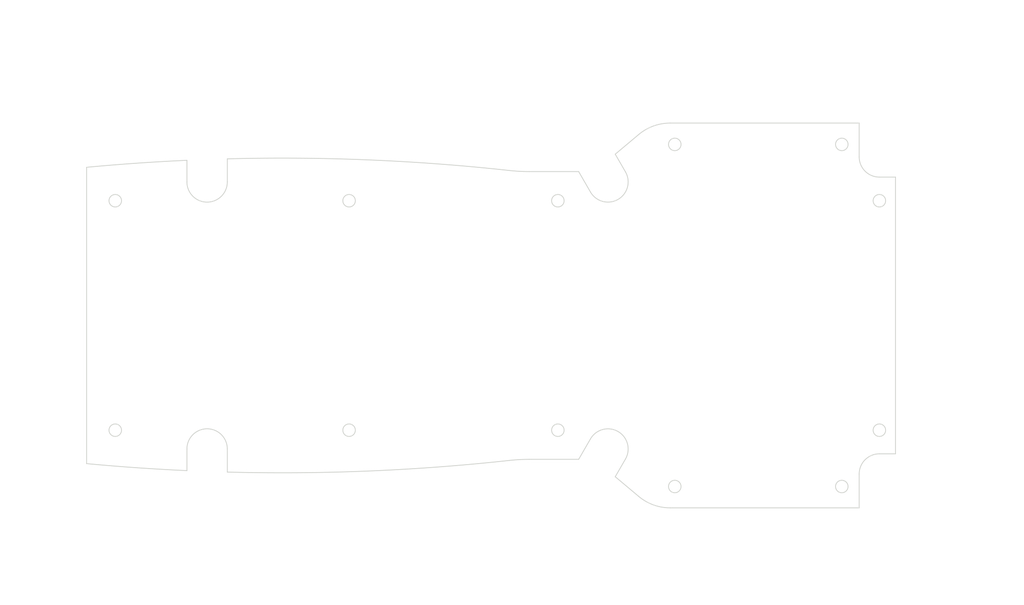
<source format=kicad_pcb>
(kicad_pcb (version 20171130) (host pcbnew "(5.1.0)-1")

  (general
    (thickness 1.6)
    (drawings 181)
    (tracks 0)
    (zones 0)
    (modules 0)
    (nets 1)
  )

  (page A4)
  (layers
    (0 F.Cu signal)
    (31 B.Cu signal)
    (32 B.Adhes user)
    (33 F.Adhes user)
    (34 B.Paste user)
    (35 F.Paste user)
    (36 B.SilkS user)
    (37 F.SilkS user)
    (38 B.Mask user)
    (39 F.Mask user)
    (40 Dwgs.User user)
    (41 Cmts.User user)
    (42 Eco1.User user)
    (43 Eco2.User user)
    (44 Edge.Cuts user)
    (45 Margin user)
    (46 B.CrtYd user)
    (47 F.CrtYd user)
    (48 B.Fab user)
    (49 F.Fab user)
  )

  (setup
    (last_trace_width 0.25)
    (trace_clearance 0.2)
    (zone_clearance 0.508)
    (zone_45_only no)
    (trace_min 0.2)
    (via_size 0.8)
    (via_drill 0.4)
    (via_min_size 0.4)
    (via_min_drill 0.3)
    (uvia_size 0.3)
    (uvia_drill 0.1)
    (uvias_allowed no)
    (uvia_min_size 0.2)
    (uvia_min_drill 0.1)
    (edge_width 0.05)
    (segment_width 0.2)
    (pcb_text_width 0.3)
    (pcb_text_size 1.5 1.5)
    (mod_edge_width 0.12)
    (mod_text_size 1 1)
    (mod_text_width 0.15)
    (pad_size 1.524 1.524)
    (pad_drill 0.762)
    (pad_to_mask_clearance 0.051)
    (solder_mask_min_width 0.25)
    (aux_axis_origin 0 0)
    (visible_elements FFFFEF7F)
    (pcbplotparams
      (layerselection 0x010fc_ffffffff)
      (usegerberextensions false)
      (usegerberattributes false)
      (usegerberadvancedattributes false)
      (creategerberjobfile false)
      (excludeedgelayer true)
      (linewidth 0.152400)
      (plotframeref false)
      (viasonmask false)
      (mode 1)
      (useauxorigin false)
      (hpglpennumber 1)
      (hpglpenspeed 20)
      (hpglpendiameter 15.000000)
      (psnegative false)
      (psa4output false)
      (plotreference true)
      (plotvalue true)
      (plotinvisibletext false)
      (padsonsilk false)
      (subtractmaskfromsilk false)
      (outputformat 1)
      (mirror false)
      (drillshape 1)
      (scaleselection 1)
      (outputdirectory ""))
  )

  (net 0 "")

  (net_class Default "This is the default net class."
    (clearance 0.2)
    (trace_width 0.25)
    (via_dia 0.8)
    (via_drill 0.4)
    (uvia_dia 0.3)
    (uvia_drill 0.1)
  )

  (gr_line (start 92.735395 53.872018) (end 46.873223 53.872018) (layer Dwgs.User) (width 0.2))
  (gr_line (start 92.735395 53.872018) (end 29.034049 53.872018) (layer Dwgs.User) (width 0.2))
  (gr_line (start 47.479599 127.097172) (end 47.479599 56.070672) (layer Edge.Cuts) (width 0.2))
  (gr_line (start 241.19159 124.747627) (end 241.19159 58.420216) (layer Edge.Cuts) (width 0.2))
  (gr_line (start 237.335595 58.420216) (end 241.19159 58.420216) (layer Edge.Cuts) (width 0.2))
  (gr_arc (start 237.335595 53.583922) (end 232.4993 53.583922) (angle -90) (layer Edge.Cuts) (width 0.2))
  (gr_line (start 232.4993 45.472018) (end 232.4993 53.583922) (layer Edge.Cuts) (width 0.2))
  (gr_line (start 187.22594 45.472018) (end 232.4993 45.472018) (layer Edge.Cuts) (width 0.2))
  (gr_arc (start 187.22594 57.183922) (end 187.22594 45.472018) (angle -40) (layer Edge.Cuts) (width 0.2))
  (gr_line (start 174.077332 52.92811) (end 179.697674 48.212083) (layer Edge.Cuts) (width 0.2))
  (gr_line (start 176.523949 57.165774) (end 174.077332 52.92811) (layer Edge.Cuts) (width 0.2))
  (gr_arc (start 172.335595 59.583922) (end 168.147241 62.002069) (angle -180) (layer Edge.Cuts) (width 0.2))
  (gr_line (start 165.315114 57.096681) (end 168.147241 62.002069) (layer Edge.Cuts) (width 0.2))
  (gr_line (start 153.454416 57.096681) (end 165.315114 57.096681) (layer Edge.Cuts) (width 0.2))
  (gr_arc (start 153.454416 13.940387) (end 148.760423 56.840645) (angle -6.244260924) (layer Edge.Cuts) (width 0.2))
  (gr_arc (start 94.335595 554.250587) (end 148.760423 56.840645) (angle -7.751743119) (layer Edge.Cuts) (width 0.2))
  (gr_line (start 81.171889 59.583922) (end 81.171889 54.0452) (layer Edge.Cuts) (width 0.2))
  (gr_arc (start 76.335595 59.583922) (end 71.4993 59.583922) (angle -180) (layer Edge.Cuts) (width 0.2))
  (gr_line (start 71.4993 54.393391) (end 71.4993 59.583922) (layer Edge.Cuts) (width 0.2))
  (gr_arc (start 94.335595 554.250587) (end 71.4993 54.393391) (angle -2.757336094) (layer Edge.Cuts) (width 0.2))
  (gr_line (start 237.335595 124.747627) (end 241.19159 124.747627) (layer Edge.Cuts) (width 0.2))
  (gr_arc (start 237.335595 129.583922) (end 237.335595 124.747627) (angle -90) (layer Edge.Cuts) (width 0.2))
  (gr_line (start 232.4993 137.695825) (end 232.4993 129.583922) (layer Edge.Cuts) (width 0.2))
  (gr_line (start 187.22594 137.695825) (end 232.4993 137.695825) (layer Edge.Cuts) (width 0.2))
  (gr_arc (start 187.22594 125.983922) (end 179.697674 134.95576) (angle -40) (layer Edge.Cuts) (width 0.2))
  (gr_line (start 174.077332 130.239734) (end 179.697674 134.95576) (layer Edge.Cuts) (width 0.2))
  (gr_line (start 176.523949 126.002069) (end 174.077332 130.239734) (layer Edge.Cuts) (width 0.2))
  (gr_arc (start 172.335595 123.583922) (end 176.523949 126.002069) (angle -180) (layer Edge.Cuts) (width 0.2))
  (gr_line (start 165.315114 126.071162) (end 168.147241 121.165774) (layer Edge.Cuts) (width 0.2))
  (gr_line (start 153.454416 126.071162) (end 165.315114 126.071162) (layer Edge.Cuts) (width 0.2))
  (gr_arc (start 153.454416 169.227456) (end 153.454416 126.071162) (angle -6.244260924) (layer Edge.Cuts) (width 0.2))
  (gr_arc (start 94.335595 -371.082745) (end 81.171889 129.122643) (angle -7.751743119) (layer Edge.Cuts) (width 0.2))
  (gr_line (start 81.171889 123.583922) (end 81.171889 129.122643) (layer Edge.Cuts) (width 0.2))
  (gr_arc (start 76.335595 123.583922) (end 81.171889 123.583922) (angle -180) (layer Edge.Cuts) (width 0.2))
  (gr_line (start 71.4993 128.774452) (end 71.4993 123.583922) (layer Edge.Cuts) (width 0.2))
  (gr_arc (start 94.335595 -371.082745) (end 47.479599 127.097172) (angle -2.757336094) (layer Edge.Cuts) (width 0.2))
  (gr_circle (center 54.335595 64.083922) (end 55.835595 64.083922) (layer Edge.Cuts) (width 0.2))
  (gr_circle (center 110.335595 64.083922) (end 111.835595 64.083922) (layer Edge.Cuts) (width 0.2))
  (gr_circle (center 160.335595 64.083922) (end 161.835595 64.083922) (layer Edge.Cuts) (width 0.2))
  (gr_circle (center 188.335595 50.583922) (end 189.835595 50.583922) (layer Edge.Cuts) (width 0.2))
  (gr_circle (center 228.335595 50.583922) (end 229.835595 50.583922) (layer Edge.Cuts) (width 0.2))
  (gr_circle (center 237.335595 64.083922) (end 238.835595 64.083922) (layer Edge.Cuts) (width 0.2))
  (gr_circle (center 54.335595 119.083922) (end 55.835595 119.083922) (layer Edge.Cuts) (width 0.2))
  (gr_circle (center 110.335595 119.083922) (end 111.835595 119.083922) (layer Edge.Cuts) (width 0.2))
  (gr_circle (center 160.335595 119.083922) (end 161.835595 119.083922) (layer Edge.Cuts) (width 0.2))
  (gr_circle (center 188.335595 132.583922) (end 189.835595 132.583922) (layer Edge.Cuts) (width 0.2))
  (gr_circle (center 228.335595 132.583922) (end 229.835595 132.583922) (layer Edge.Cuts) (width 0.2))
  (gr_circle (center 237.335595 119.083922) (end 238.835595 119.083922) (layer Edge.Cuts) (width 0.2))
  (gr_line (start 56.335595 64.083922) (end 52.335595 64.083922) (layer Dwgs.User) (width 0.2))
  (gr_line (start 56.335595 119.083922) (end 52.335595 119.083922) (layer Dwgs.User) (width 0.2))
  (gr_line (start 160.335595 117.083922) (end 160.335595 121.083922) (layer Dwgs.User) (width 0.2))
  (gr_line (start 112.335595 64.083922) (end 108.335595 64.083922) (layer Dwgs.User) (width 0.2))
  (gr_line (start 112.335595 119.083922) (end 108.335595 119.083922) (layer Dwgs.User) (width 0.2))
  (gr_line (start 162.335595 64.083922) (end 158.335595 64.083922) (layer Dwgs.User) (width 0.2))
  (gr_line (start 190.335595 50.583922) (end 186.335595 50.583922) (layer Dwgs.User) (width 0.2))
  (gr_line (start 190.335595 132.583922) (end 186.335595 132.583922) (layer Dwgs.User) (width 0.2))
  (gr_line (start 228.335595 130.583922) (end 228.335595 134.583922) (layer Dwgs.User) (width 0.2))
  (gr_line (start 230.335595 50.583922) (end 226.335595 50.583922) (layer Dwgs.User) (width 0.2))
  (gr_line (start 239.335595 64.083922) (end 235.335595 64.083922) (layer Dwgs.User) (width 0.2))
  (gr_line (start 239.335595 119.083922) (end 235.335595 119.083922) (layer Dwgs.User) (width 0.2))
  (gr_line (start 160.335595 117.083922) (end 160.335595 121.083922) (layer Dwgs.User) (width 0.2))
  (gr_line (start 160.335595 62.083922) (end 160.335595 66.083922) (layer Dwgs.User) (width 0.2))
  (gr_line (start 237.335595 62.083922) (end 237.335595 66.083922) (layer Dwgs.User) (width 0.2))
  (gr_line (start 237.335595 124.247627) (end 237.335595 129.833922) (layer Dwgs.User) (width 0.2))
  (gr_line (start 237.585595 129.583922) (end 231.9993 129.583922) (layer Dwgs.User) (width 0.2))
  (gr_line (start 237.335595 53.333922) (end 237.335595 58.920216) (layer Dwgs.User) (width 0.2))
  (gr_line (start 237.585595 53.583922) (end 231.9993 53.583922) (layer Dwgs.User) (width 0.2))
  (gr_line (start 76.335595 118.247627) (end 76.335595 127.271323) (layer Dwgs.User) (width 0.2))
  (gr_line (start 81.671889 123.583922) (end 70.9993 123.583922) (layer Dwgs.User) (width 0.2))
  (gr_line (start 76.335595 56.26122) (end 76.335595 64.920216) (layer Dwgs.User) (width 0.2))
  (gr_line (start 81.671889 59.583922) (end 70.9993 59.583922) (layer Dwgs.User) (width 0.2))
  (gr_line (start 54.335595 62.083922) (end 54.335595 121.083922) (layer Dwgs.User) (width 0.2))
  (gr_line (start 52.335595 119.083922) (end 162.335595 119.083922) (layer Dwgs.User) (width 0.2))
  (gr_line (start 110.335595 62.083922) (end 110.335595 121.083922) (layer Dwgs.User) (width 0.2))
  (gr_line (start 160.335595 62.083922) (end 160.335595 121.083922) (layer Dwgs.User) (width 0.2))
  (gr_line (start 188.335595 48.583922) (end 188.335595 134.583922) (layer Dwgs.User) (width 0.2))
  (gr_line (start 186.335595 132.583922) (end 230.335595 132.583922) (layer Dwgs.User) (width 0.2))
  (gr_line (start 228.335595 48.583922) (end 228.335595 134.583922) (layer Dwgs.User) (width 0.2))
  (gr_line (start 237.335595 62.083922) (end 237.335595 121.083922) (layer Dwgs.User) (width 0.2))
  (gr_line (start 158.335595 119.083922) (end 239.335595 119.083922) (layer Dwgs.User) (width 0.2))
  (gr_line (start 186.335595 50.583922) (end 230.335595 50.583922) (layer Dwgs.User) (width 0.2))
  (gr_line (start 52.335595 64.083922) (end 162.335595 64.083922) (layer Dwgs.User) (width 0.2))
  (gr_line (start 158.335595 64.083922) (end 239.335595 64.083922) (layer Dwgs.User) (width 0.2))
  (gr_line (start 47.229599 91.583922) (end 241.44159 91.583922) (layer Dwgs.User) (width 0.2))
  (gr_line (start 172.335595 59.333922) (end 172.335595 64.920216) (layer Dwgs.User) (width 0.2))
  (gr_line (start 177.671889 59.583922) (end 172.085595 59.583922) (layer Dwgs.User) (width 0.2))
  (gr_line (start 172.335595 118.247627) (end 172.335595 123.833922) (layer Dwgs.User) (width 0.2))
  (gr_line (start 177.671889 123.583922) (end 172.085595 123.583922) (layer Dwgs.User) (width 0.2))
  (gr_text "[1.10 in]" (at 175.616284 146.281125) (layer Dwgs.User)
    (effects (font (size 1.399999 1.259999) (thickness 0.174999)))
  )
  (gr_text " 28.00 mm" (at 175.616284 143.06912) (layer Dwgs.User)
    (effects (font (size 1.399999 1.259999) (thickness 0.174999)))
  )
  (gr_line (start 162.335595 144.583922) (end 170.259599 144.583922) (layer Dwgs.User) (width 0.2))
  (gr_line (start 186.335595 144.583922) (end 180.972969 144.583922) (layer Dwgs.User) (width 0.2))
  (gr_line (start 160.335595 122.684122) (end 160.335595 147.758922) (layer Dwgs.User) (width 0.2))
  (gr_line (start 188.335595 136.184122) (end 188.335595 147.758922) (layer Dwgs.User) (width 0.2))
  (gr_text "[.16 in]" (at 242.604673 159.393029) (layer Dwgs.User)
    (effects (font (size 1.399999 1.259999) (thickness 0.174999)))
  )
  (gr_text " 4.16 mm" (at 242.604673 156.181023) (layer Dwgs.User)
    (effects (font (size 1.399999 1.259999) (thickness 0.174999)))
  )
  (gr_line (start 234.4993 157.695825) (end 237.791849 157.695825) (layer Dwgs.User) (width 0.2))
  (gr_line (start 226.335595 157.695825) (end 224.335595 157.695825) (layer Dwgs.User) (width 0.2))
  (gr_line (start 228.335595 136.184122) (end 228.335595 160.870825) (layer Dwgs.User) (width 0.2))
  (gr_line (start 232.4993 139.296025) (end 232.4993 160.870825) (layer Dwgs.User) (width 0.2))
  (gr_text "[2.14 in]" (at 172.267542 86.804191) (layer Dwgs.User)
    (effects (font (size 1.399999 1.259999) (thickness 0.174999)))
  )
  (gr_text " 54.33 mm" (at 172.267542 83.591708) (layer Dwgs.User)
    (effects (font (size 1.399999 1.259999) (thickness 0.174999)))
  )
  (gr_line (start 172.267542 116.747627) (end 172.267542 88.319471) (layer Dwgs.User) (width 0.2))
  (gr_line (start 172.267542 66.420216) (end 172.267542 81.894505) (layer Dwgs.User) (width 0.2))
  (gr_text "[2.61 in]" (at 257.66041 102.004676) (layer Dwgs.User)
    (effects (font (size 1.399999 1.259999) (thickness 0.174999)))
  )
  (gr_text " 66.33 mm" (at 257.66041 98.792193) (layer Dwgs.User)
    (effects (font (size 1.399999 1.259999) (thickness 0.174999)))
  )
  (gr_line (start 257.66041 60.420216) (end 257.66041 97.094989) (layer Dwgs.User) (width 0.2))
  (gr_line (start 257.66041 122.747627) (end 257.66041 103.519955) (layer Dwgs.User) (width 0.2))
  (gr_line (start 242.79179 58.420216) (end 260.83541 58.420216) (layer Dwgs.User) (width 0.2))
  (gr_line (start 242.79179 124.747627) (end 260.83541 124.747627) (layer Dwgs.User) (width 0.2))
  (gr_text "[7.63 in]" (at 144.335595 20.943829) (layer Dwgs.User)
    (effects (font (size 1.399999 1.259999) (thickness 0.174999)))
  )
  (gr_text " 193.71 mm" (at 144.335595 17.731346) (layer Dwgs.User)
    (effects (font (size 1.399999 1.259999) (thickness 0.174999)))
  )
  (gr_line (start 239.19159 19.246626) (end 150.23614 19.246626) (layer Dwgs.User) (width 0.2))
  (gr_line (start 49.479599 19.246626) (end 138.435049 19.246626) (layer Dwgs.User) (width 0.2))
  (gr_line (start 241.19159 56.820016) (end 241.19159 16.071626) (layer Dwgs.User) (width 0.2))
  (gr_line (start 47.479599 54.470472) (end 47.479599 16.071626) (layer Dwgs.User) (width 0.2))
  (gr_text "[3.63 in]" (at 266.4993 93.281125) (layer Dwgs.User)
    (effects (font (size 1.399999 1.259999) (thickness 0.174999)))
  )
  (gr_text " 92.22 mm" (at 266.4993 90.06912) (layer Dwgs.User)
    (effects (font (size 1.399999 1.259999) (thickness 0.174999)))
  )
  (gr_line (start 266.4993 135.695825) (end 266.4993 94.795927) (layer Dwgs.User) (width 0.2))
  (gr_line (start 266.4993 47.472018) (end 266.4993 88.371916) (layer Dwgs.User) (width 0.2))
  (gr_line (start 234.0995 137.695825) (end 269.6743 137.695825) (layer Dwgs.User) (width 0.2))
  (gr_line (start 234.0995 45.472018) (end 269.6743 45.472018) (layer Dwgs.User) (width 0.2))
  (gr_text "[2.97 in]" (at 32.209049 93.281125) (layer Dwgs.User)
    (effects (font (size 1.399999 1.259999) (thickness 0.174999)))
  )
  (gr_text " 75.42 mm" (at 32.209049 90.06912) (layer Dwgs.User)
    (effects (font (size 1.399999 1.259999) (thickness 0.174999)))
  )
  (gr_line (start 32.209049 127.295825) (end 32.209049 94.795927) (layer Dwgs.User) (width 0.2))
  (gr_line (start 32.209049 55.872018) (end 32.209049 88.371916) (layer Dwgs.User) (width 0.2))
  (gr_line (start 92.735395 129.295825) (end 29.034049 129.295825) (layer Dwgs.User) (width 0.2))
  (gr_text "[2.20 in]" (at 82.335595 148.306332) (layer Dwgs.User)
    (effects (font (size 1.399999 1.259999) (thickness 0.174999)))
  )
  (gr_text " 56.00 mm" (at 82.335595 145.094326) (layer Dwgs.User)
    (effects (font (size 1.399999 1.259999) (thickness 0.174999)))
  )
  (gr_line (start 108.335595 146.609128) (end 87.692279 146.609128) (layer Dwgs.User) (width 0.2))
  (gr_line (start 56.335595 146.609128) (end 76.97891 146.609128) (layer Dwgs.User) (width 0.2))
  (gr_line (start 110.335595 120.684122) (end 110.335595 149.784128) (layer Dwgs.User) (width 0.2))
  (gr_line (start 54.335595 120.684122) (end 54.335595 149.784128) (layer Dwgs.User) (width 0.2))
  (gr_text "[1.97 in]" (at 135.335595 146.270763) (layer Dwgs.User)
    (effects (font (size 1.399999 1.259999) (thickness 0.174999)))
  )
  (gr_text " 50.00 mm" (at 135.335595 143.058758) (layer Dwgs.User)
    (effects (font (size 1.399999 1.259999) (thickness 0.174999)))
  )
  (gr_line (start 158.335595 144.57356) (end 140.692279 144.57356) (layer Dwgs.User) (width 0.2))
  (gr_line (start 112.335595 144.57356) (end 129.97891 144.57356) (layer Dwgs.User) (width 0.2))
  (gr_line (start 160.335595 120.684122) (end 160.335595 147.74856) (layer Dwgs.User) (width 0.2))
  (gr_line (start 110.335595 120.684122) (end 110.335595 147.74856) (layer Dwgs.User) (width 0.2))
  (gr_text "[.40 in]" (at 42.691538 78.30794) (layer Dwgs.User)
    (effects (font (size 1.399999 1.259999) (thickness 0.174999)))
  )
  (gr_text " 10.21 mm" (at 42.691538 75.095934) (layer Dwgs.User)
    (effects (font (size 1.399999 1.259999) (thickness 0.174999)))
  )
  (gr_line (start 50.048223 76.610736) (end 48.048223 76.610736) (layer Dwgs.User) (width 0.2))
  (gr_line (start 50.048223 64.083922) (end 50.048223 76.610736) (layer Dwgs.User) (width 0.2))
  (gr_line (start 50.048223 55.872018) (end 50.048223 62.083922) (layer Dwgs.User) (width 0.2))
  (gr_line (start 52.735395 64.083922) (end 46.873223 64.083922) (layer Dwgs.User) (width 0.2))
  (gr_text "[.27 in]" (at 39.374226 148.206478) (layer Dwgs.User)
    (effects (font (size 1.399999 1.259999) (thickness 0.174999)))
  )
  (gr_text " 6.86 mm" (at 39.374226 144.994473) (layer Dwgs.User)
    (effects (font (size 1.399999 1.259999) (thickness 0.174999)))
  )
  (gr_line (start 47.479599 146.509275) (end 44.18705 146.509275) (layer Dwgs.User) (width 0.2))
  (gr_line (start 52.335595 146.509275) (end 49.479599 146.509275) (layer Dwgs.User) (width 0.2))
  (gr_line (start 54.335595 120.684122) (end 54.335595 149.684275) (layer Dwgs.User) (width 0.2))
  (gr_line (start 47.479599 128.697372) (end 47.479599 149.684275) (layer Dwgs.User) (width 0.2))
  (gr_text "[1.57 in]" (at 208.335595 146.270763) (layer Dwgs.User)
    (effects (font (size 1.399999 1.259999) (thickness 0.174999)))
  )
  (gr_text " 40.00 mm" (at 208.335595 143.058758) (layer Dwgs.User)
    (effects (font (size 1.399999 1.259999) (thickness 0.174999)))
  )
  (gr_line (start 190.335595 144.57356) (end 202.97891 144.57356) (layer Dwgs.User) (width 0.2))
  (gr_line (start 226.335595 144.57356) (end 213.692279 144.57356) (layer Dwgs.User) (width 0.2))
  (gr_line (start 188.335595 134.184122) (end 188.335595 147.74856) (layer Dwgs.User) (width 0.2))
  (gr_line (start 228.335595 134.184122) (end 228.335595 147.74856) (layer Dwgs.User) (width 0.2))
  (gr_text "[2.05 in]" (at 250.03091 93.281125) (layer Dwgs.User)
    (effects (font (size 1.399999 1.259999) (thickness 0.174999)))
  )
  (gr_text " 52.00 mm" (at 250.03091 90.06912) (layer Dwgs.User)
    (effects (font (size 1.399999 1.259999) (thickness 0.174999)))
  )
  (gr_line (start 250.03091 115.583922) (end 250.03091 94.795927) (layer Dwgs.User) (width 0.2))
  (gr_line (start 250.03091 67.583922) (end 250.03091 88.371916) (layer Dwgs.User) (width 0.2))
  (gr_line (start 238.935795 117.583922) (end 253.20591 117.583922) (layer Dwgs.User) (width 0.2))
  (gr_line (start 238.935795 65.583922) (end 253.20591 65.583922) (layer Dwgs.User) (width 0.2))
  (gr_text "[R0.19 in]" (at 146.502213 46.814692) (layer Dwgs.User)
    (effects (font (size 1.399999 1.259999) (thickness 0.174999)))
  )
  (gr_text " R4.84 mm" (at 146.502213 43.602686) (layer Dwgs.User)
    (effects (font (size 1.399999 1.259999) (thickness 0.174999)))
  )
  (gr_line (start 161.099317 45.117488) (end 174.075426 61.823912) (layer Dwgs.User) (width 0.2))
  (gr_line (start 152.021245 45.117488) (end 161.099317 45.117488) (layer Dwgs.User) (width 0.2))
  (gr_text "[R0.19 in]" (at 247.871285 134.368044) (layer Dwgs.User)
    (effects (font (size 1.399999 1.259999) (thickness 0.174999)))
  )
  (gr_text " R4.84 mm" (at 247.871285 131.156038) (layer Dwgs.User)
    (effects (font (size 1.399999 1.259999) (thickness 0.174999)))
  )
  (gr_line (start 240.1613 132.670841) (end 235.420503 127.491796) (layer Dwgs.User) (width 0.2))
  (gr_line (start 242.352253 132.670841) (end 240.1613 132.670841) (layer Dwgs.User) (width 0.2))
  (gr_text "[R0.46 in]" (at 161.823824 35.02731) (layer Dwgs.User)
    (effects (font (size 1.399999 1.259999) (thickness 0.174999)))
  )
  (gr_text " R11.71 mm" (at 161.823824 31.826764) (layer Dwgs.User)
    (effects (font (size 1.399999 1.259999) (thickness 0.174999)))
  )
  (gr_line (start 177.818946 33.330107) (end 182.195545 44.428083) (layer Dwgs.User) (width 0.2))
  (gr_line (start 167.886716 33.330107) (end 177.818946 33.330107) (layer Dwgs.User) (width 0.2))
  (gr_text "[R19.70 in]" (at 109.923958 39.231334) (layer Dwgs.User)
    (effects (font (size 1.399999 1.259999) (thickness 0.174999)))
  )
  (gr_text " R500.38 mm" (at 109.923958 36.018851) (layer Dwgs.User)
    (effects (font (size 1.399999 1.259999) (thickness 0.174999)))
  )
  (gr_line (start 94.999673 37.534131) (end 94.981245 51.872433) (layer Dwgs.User) (width 0.2))
  (gr_line (start 103.317205 37.534131) (end 94.999673 37.534131) (layer Dwgs.User) (width 0.2))
  (gr_line (start 54.335595 64.173922) (end 54.335595 63.993922) (layer Dwgs.User) (width 0.2))
  (gr_line (start 54.245595 64.083922) (end 54.425595 64.083922) (layer Dwgs.User) (width 0.2))

)

</source>
